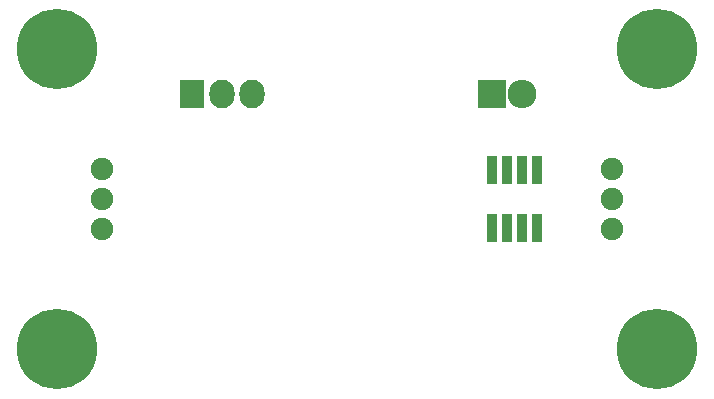
<source format=gbr>
G04 #@! TF.FileFunction,Soldermask,Bot*
%FSLAX46Y46*%
G04 Gerber Fmt 4.6, Leading zero omitted, Abs format (unit mm)*
G04 Created by KiCad (PCBNEW 4.0.5) date 12/26/17 14:51:36*
%MOMM*%
%LPD*%
G01*
G04 APERTURE LIST*
%ADD10C,0.100000*%
%ADD11R,2.432000X2.432000*%
%ADD12O,2.432000X2.432000*%
%ADD13R,2.127200X2.432000*%
%ADD14O,2.127200X2.432000*%
%ADD15R,0.958800X2.381200*%
%ADD16C,6.800000*%
%ADD17C,1.900000*%
G04 APERTURE END LIST*
D10*
D11*
X173990000Y-67310000D03*
D12*
X176530000Y-67310000D03*
D13*
X148590000Y-67310000D03*
D14*
X151130000Y-67310000D03*
X153670000Y-67310000D03*
D15*
X177800000Y-78663800D03*
X176530000Y-78663800D03*
X175260000Y-78663800D03*
X173990000Y-78663800D03*
X173990000Y-73736200D03*
X175260000Y-73736200D03*
X176530000Y-73736200D03*
X177800000Y-73736200D03*
D16*
X137160000Y-63500000D03*
X187960000Y-63500000D03*
X137160000Y-88900000D03*
X187960000Y-88900000D03*
D17*
X140970000Y-73660000D03*
X140970000Y-76200000D03*
X140970000Y-78740000D03*
X184150000Y-73660000D03*
X184150000Y-76200000D03*
X184150000Y-78740000D03*
M02*

</source>
